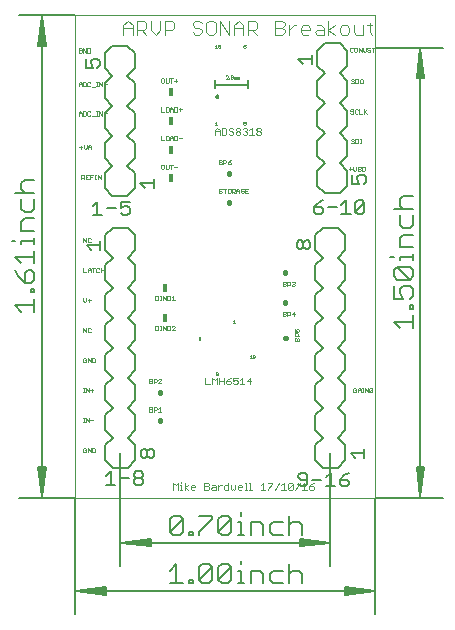
<source format=gto>
G75*
%MOIN*%
%OFA0B0*%
%FSLAX25Y25*%
%IPPOS*%
%LPD*%
%AMOC8*
5,1,8,0,0,1.08239X$1,22.5*
%
%ADD10C,0.00000*%
%ADD11C,0.00400*%
%ADD12C,0.00200*%
%ADD13C,0.00100*%
%ADD14C,0.00512*%
%ADD15C,0.00600*%
%ADD16C,0.00500*%
%ADD17C,0.01500*%
%ADD18R,0.01600X0.02800*%
%ADD19R,0.01500X0.03000*%
D10*
X0023795Y0040133D02*
X0023795Y0200933D01*
X0123795Y0200933D01*
X0123795Y0040133D01*
X0023795Y0040133D01*
D11*
X0039795Y0194433D02*
X0039795Y0197502D01*
X0041330Y0199037D01*
X0042864Y0197502D01*
X0042864Y0194433D01*
X0044399Y0194433D02*
X0044399Y0199037D01*
X0046701Y0199037D01*
X0047468Y0198270D01*
X0047468Y0196735D01*
X0046701Y0195968D01*
X0044399Y0195968D01*
X0045934Y0195968D02*
X0047468Y0194433D01*
X0049003Y0195968D02*
X0050538Y0194433D01*
X0052072Y0195968D01*
X0052072Y0199037D01*
X0053607Y0199037D02*
X0055909Y0199037D01*
X0056676Y0198270D01*
X0056676Y0196735D01*
X0055909Y0195968D01*
X0053607Y0195968D01*
X0053607Y0194433D02*
X0053607Y0199037D01*
X0049003Y0199037D02*
X0049003Y0195968D01*
X0042864Y0196735D02*
X0039795Y0196735D01*
X0062815Y0197502D02*
X0063582Y0196735D01*
X0065117Y0196735D01*
X0065884Y0195968D01*
X0065884Y0195200D01*
X0065117Y0194433D01*
X0063582Y0194433D01*
X0062815Y0195200D01*
X0062815Y0197502D02*
X0062815Y0198270D01*
X0063582Y0199037D01*
X0065117Y0199037D01*
X0065884Y0198270D01*
X0067419Y0198270D02*
X0067419Y0195200D01*
X0068186Y0194433D01*
X0069721Y0194433D01*
X0070488Y0195200D01*
X0070488Y0198270D01*
X0069721Y0199037D01*
X0068186Y0199037D01*
X0067419Y0198270D01*
X0072023Y0199037D02*
X0072023Y0194433D01*
X0075092Y0194433D02*
X0072023Y0199037D01*
X0075092Y0199037D02*
X0075092Y0194433D01*
X0076627Y0194433D02*
X0076627Y0197502D01*
X0078161Y0199037D01*
X0079696Y0197502D01*
X0079696Y0194433D01*
X0081230Y0194433D02*
X0081230Y0199037D01*
X0083532Y0199037D01*
X0084300Y0198270D01*
X0084300Y0196735D01*
X0083532Y0195968D01*
X0081230Y0195968D01*
X0079696Y0196735D02*
X0076627Y0196735D01*
X0082765Y0195968D02*
X0084300Y0194433D01*
X0090438Y0194433D02*
X0092740Y0194433D01*
X0093508Y0195200D01*
X0093508Y0195968D01*
X0092740Y0196735D01*
X0090438Y0196735D01*
X0090438Y0194433D02*
X0090438Y0199037D01*
X0092740Y0199037D01*
X0093508Y0198270D01*
X0093508Y0197502D01*
X0092740Y0196735D01*
X0095042Y0195968D02*
X0096577Y0197502D01*
X0097344Y0197502D01*
X0098879Y0196735D02*
X0098879Y0195200D01*
X0099646Y0194433D01*
X0101181Y0194433D01*
X0101948Y0195968D02*
X0101948Y0196735D01*
X0101181Y0197502D01*
X0099646Y0197502D01*
X0098879Y0196735D01*
X0098879Y0195968D02*
X0101948Y0195968D01*
X0103483Y0195200D02*
X0104250Y0195968D01*
X0106552Y0195968D01*
X0106552Y0196735D02*
X0106552Y0194433D01*
X0104250Y0194433D01*
X0103483Y0195200D01*
X0104250Y0197502D02*
X0105785Y0197502D01*
X0106552Y0196735D01*
X0108087Y0195968D02*
X0110389Y0197502D01*
X0111923Y0196735D02*
X0111923Y0195200D01*
X0112691Y0194433D01*
X0114225Y0194433D01*
X0114993Y0195200D01*
X0114993Y0196735D01*
X0114225Y0197502D01*
X0112691Y0197502D01*
X0111923Y0196735D01*
X0110389Y0194433D02*
X0108087Y0195968D01*
X0108087Y0194433D02*
X0108087Y0199037D01*
X0116527Y0197502D02*
X0116527Y0195200D01*
X0117295Y0194433D01*
X0119596Y0194433D01*
X0119596Y0197502D01*
X0121131Y0197502D02*
X0122666Y0197502D01*
X0121898Y0198270D02*
X0121898Y0195200D01*
X0122666Y0194433D01*
X0095042Y0194433D02*
X0095042Y0197502D01*
D12*
X0085258Y0163335D02*
X0085642Y0162951D01*
X0085642Y0162568D01*
X0085258Y0162184D01*
X0084491Y0162184D01*
X0084107Y0162568D01*
X0084107Y0162951D01*
X0084491Y0163335D01*
X0085258Y0163335D01*
X0085258Y0162184D02*
X0085642Y0161800D01*
X0085642Y0161417D01*
X0085258Y0161033D01*
X0084491Y0161033D01*
X0084107Y0161417D01*
X0084107Y0161800D01*
X0084491Y0162184D01*
X0083340Y0161033D02*
X0081805Y0161033D01*
X0082572Y0161033D02*
X0082572Y0163335D01*
X0081805Y0162568D01*
X0081038Y0162568D02*
X0080654Y0162184D01*
X0081038Y0161800D01*
X0081038Y0161417D01*
X0080654Y0161033D01*
X0079887Y0161033D01*
X0079503Y0161417D01*
X0078736Y0161417D02*
X0078352Y0161033D01*
X0077585Y0161033D01*
X0077201Y0161417D01*
X0077201Y0161800D01*
X0077585Y0162184D01*
X0078352Y0162184D01*
X0078736Y0161800D01*
X0078736Y0161417D01*
X0078352Y0162184D02*
X0078736Y0162568D01*
X0078736Y0162951D01*
X0078352Y0163335D01*
X0077585Y0163335D01*
X0077201Y0162951D01*
X0077201Y0162568D01*
X0077585Y0162184D01*
X0076434Y0161800D02*
X0076434Y0161417D01*
X0076050Y0161033D01*
X0075283Y0161033D01*
X0074899Y0161417D01*
X0074132Y0161417D02*
X0074132Y0162951D01*
X0073748Y0163335D01*
X0072597Y0163335D01*
X0072597Y0161033D01*
X0073748Y0161033D01*
X0074132Y0161417D01*
X0075283Y0162184D02*
X0076050Y0162184D01*
X0076434Y0161800D01*
X0076434Y0162951D02*
X0076050Y0163335D01*
X0075283Y0163335D01*
X0074899Y0162951D01*
X0074899Y0162568D01*
X0075283Y0162184D01*
X0071830Y0162184D02*
X0070295Y0162184D01*
X0070295Y0162568D02*
X0071062Y0163335D01*
X0071830Y0162568D01*
X0071830Y0161033D01*
X0070295Y0161033D02*
X0070295Y0162568D01*
X0079503Y0162951D02*
X0079887Y0163335D01*
X0080654Y0163335D01*
X0081038Y0162951D01*
X0081038Y0162568D01*
X0080654Y0162184D02*
X0080270Y0162184D01*
X0079372Y0080135D02*
X0079372Y0077833D01*
X0078605Y0077833D02*
X0080140Y0077833D01*
X0080907Y0078984D02*
X0082442Y0078984D01*
X0082058Y0077833D02*
X0082058Y0080135D01*
X0080907Y0078984D01*
X0079372Y0080135D02*
X0078605Y0079368D01*
X0077838Y0078984D02*
X0077838Y0078217D01*
X0077454Y0077833D01*
X0076687Y0077833D01*
X0076303Y0078217D01*
X0076303Y0078984D02*
X0077070Y0079368D01*
X0077454Y0079368D01*
X0077838Y0078984D01*
X0077838Y0080135D02*
X0076303Y0080135D01*
X0076303Y0078984D01*
X0075536Y0078600D02*
X0075152Y0078984D01*
X0074001Y0078984D01*
X0074001Y0078217D01*
X0074385Y0077833D01*
X0075152Y0077833D01*
X0075536Y0078217D01*
X0075536Y0078600D01*
X0074768Y0079751D02*
X0074001Y0078984D01*
X0073234Y0078984D02*
X0071699Y0078984D01*
X0071699Y0077833D02*
X0071699Y0080135D01*
X0070932Y0080135D02*
X0070932Y0077833D01*
X0070164Y0079368D02*
X0070932Y0080135D01*
X0070164Y0079368D02*
X0069397Y0080135D01*
X0069397Y0077833D01*
X0068630Y0077833D02*
X0067095Y0077833D01*
X0067095Y0080135D01*
X0073234Y0080135D02*
X0073234Y0077833D01*
X0074768Y0079751D02*
X0075536Y0080135D01*
X0074811Y0045035D02*
X0074811Y0042733D01*
X0073660Y0042733D01*
X0073276Y0043117D01*
X0073276Y0043884D01*
X0073660Y0044268D01*
X0074811Y0044268D01*
X0075578Y0044268D02*
X0075578Y0043117D01*
X0075962Y0042733D01*
X0076345Y0043117D01*
X0076729Y0042733D01*
X0077113Y0043117D01*
X0077113Y0044268D01*
X0077880Y0043884D02*
X0078264Y0044268D01*
X0079031Y0044268D01*
X0079415Y0043884D01*
X0079415Y0043500D01*
X0077880Y0043500D01*
X0077880Y0043117D02*
X0077880Y0043884D01*
X0077880Y0043117D02*
X0078264Y0042733D01*
X0079031Y0042733D01*
X0080182Y0042733D02*
X0080949Y0042733D01*
X0080566Y0042733D02*
X0080566Y0045035D01*
X0080182Y0045035D01*
X0081717Y0045035D02*
X0082100Y0045035D01*
X0082100Y0042733D01*
X0081717Y0042733D02*
X0082484Y0042733D01*
X0085553Y0042733D02*
X0087088Y0042733D01*
X0087855Y0042733D02*
X0087855Y0043117D01*
X0089390Y0044651D01*
X0089390Y0045035D01*
X0087855Y0045035D01*
X0086321Y0045035D02*
X0086321Y0042733D01*
X0085553Y0044268D02*
X0086321Y0045035D01*
X0090157Y0042733D02*
X0091692Y0045035D01*
X0092459Y0044268D02*
X0093226Y0045035D01*
X0093226Y0042733D01*
X0092459Y0042733D02*
X0093994Y0042733D01*
X0094761Y0043117D02*
X0094761Y0044651D01*
X0095145Y0045035D01*
X0095912Y0045035D01*
X0096296Y0044651D01*
X0094761Y0043117D01*
X0095145Y0042733D01*
X0095912Y0042733D01*
X0096296Y0043117D01*
X0096296Y0044651D01*
X0097063Y0042733D02*
X0098598Y0045035D01*
X0099365Y0044268D02*
X0100132Y0045035D01*
X0100132Y0042733D01*
X0099365Y0042733D02*
X0100900Y0042733D01*
X0101667Y0043117D02*
X0102051Y0042733D01*
X0102818Y0042733D01*
X0103202Y0043117D01*
X0103202Y0043500D01*
X0102818Y0043884D01*
X0101667Y0043884D01*
X0101667Y0043117D01*
X0101667Y0043884D02*
X0102434Y0044651D01*
X0103202Y0045035D01*
X0072509Y0044268D02*
X0072125Y0044268D01*
X0071358Y0043500D01*
X0071358Y0042733D02*
X0071358Y0044268D01*
X0070591Y0043884D02*
X0070591Y0042733D01*
X0069440Y0042733D01*
X0069056Y0043117D01*
X0069440Y0043500D01*
X0070591Y0043500D01*
X0070591Y0043884D02*
X0070207Y0044268D01*
X0069440Y0044268D01*
X0068289Y0044268D02*
X0068289Y0044651D01*
X0067905Y0045035D01*
X0066754Y0045035D01*
X0066754Y0042733D01*
X0067905Y0042733D01*
X0068289Y0043117D01*
X0068289Y0043500D01*
X0067905Y0043884D01*
X0066754Y0043884D01*
X0067905Y0043884D02*
X0068289Y0044268D01*
X0063685Y0043884D02*
X0063685Y0043500D01*
X0062150Y0043500D01*
X0062150Y0043117D02*
X0062150Y0043884D01*
X0062534Y0044268D01*
X0063301Y0044268D01*
X0063685Y0043884D01*
X0063301Y0042733D02*
X0062534Y0042733D01*
X0062150Y0043117D01*
X0061383Y0042733D02*
X0060232Y0043500D01*
X0061383Y0044268D01*
X0060232Y0045035D02*
X0060232Y0042733D01*
X0059464Y0042733D02*
X0058697Y0042733D01*
X0059081Y0042733D02*
X0059081Y0044268D01*
X0058697Y0044268D01*
X0059081Y0045035D02*
X0059081Y0045419D01*
X0057930Y0045035D02*
X0057930Y0042733D01*
X0056395Y0042733D02*
X0056395Y0045035D01*
X0057162Y0044268D01*
X0057930Y0045035D01*
D13*
X0052417Y0068808D02*
X0051417Y0068808D01*
X0051917Y0068808D02*
X0051917Y0070309D01*
X0051417Y0069809D01*
X0050944Y0070059D02*
X0050944Y0069559D01*
X0050694Y0069308D01*
X0049943Y0069308D01*
X0049471Y0069308D02*
X0049471Y0069058D01*
X0049221Y0068808D01*
X0048470Y0068808D01*
X0048470Y0070309D01*
X0049221Y0070309D01*
X0049471Y0070059D01*
X0049471Y0069809D01*
X0049221Y0069559D01*
X0048470Y0069559D01*
X0049221Y0069559D02*
X0049471Y0069308D01*
X0049943Y0068808D02*
X0049943Y0070309D01*
X0050694Y0070309D01*
X0050944Y0070059D01*
X0051417Y0078183D02*
X0052417Y0079184D01*
X0052417Y0079434D01*
X0052167Y0079684D01*
X0051667Y0079684D01*
X0051417Y0079434D01*
X0050944Y0079434D02*
X0050944Y0078934D01*
X0050694Y0078683D01*
X0049943Y0078683D01*
X0049471Y0078683D02*
X0049471Y0078433D01*
X0049221Y0078183D01*
X0048470Y0078183D01*
X0048470Y0079684D01*
X0049221Y0079684D01*
X0049471Y0079434D01*
X0049471Y0079184D01*
X0049221Y0078934D01*
X0048470Y0078934D01*
X0049221Y0078934D02*
X0049471Y0078683D01*
X0049943Y0078183D02*
X0049943Y0079684D01*
X0050694Y0079684D01*
X0050944Y0079434D01*
X0051417Y0078183D02*
X0052417Y0078183D01*
X0064995Y0092683D02*
X0064845Y0092833D01*
X0064995Y0092683D02*
X0065296Y0092683D01*
X0065446Y0092833D01*
X0065446Y0093133D01*
X0065296Y0093284D01*
X0065145Y0093284D01*
X0064845Y0093133D01*
X0064845Y0093584D01*
X0065446Y0093584D01*
X0056873Y0095833D02*
X0055872Y0095833D01*
X0056873Y0096834D01*
X0056873Y0097084D01*
X0056623Y0097334D01*
X0056122Y0097334D01*
X0055872Y0097084D01*
X0055399Y0097084D02*
X0055149Y0097334D01*
X0054399Y0097334D01*
X0054399Y0095833D01*
X0055149Y0095833D01*
X0055399Y0096083D01*
X0055399Y0097084D01*
X0053926Y0097334D02*
X0053926Y0095833D01*
X0052925Y0097334D01*
X0052925Y0095833D01*
X0052444Y0095833D02*
X0051943Y0095833D01*
X0052193Y0095833D02*
X0052193Y0097334D01*
X0051943Y0097334D02*
X0052444Y0097334D01*
X0051471Y0097084D02*
X0051471Y0096083D01*
X0051221Y0095833D01*
X0050470Y0095833D01*
X0050470Y0097334D01*
X0051221Y0097334D01*
X0051471Y0097084D01*
X0051221Y0105833D02*
X0051471Y0106083D01*
X0051471Y0107084D01*
X0051221Y0107334D01*
X0050470Y0107334D01*
X0050470Y0105833D01*
X0051221Y0105833D01*
X0051943Y0105833D02*
X0052444Y0105833D01*
X0052193Y0105833D02*
X0052193Y0107334D01*
X0051943Y0107334D02*
X0052444Y0107334D01*
X0052925Y0107334D02*
X0053926Y0105833D01*
X0053926Y0107334D01*
X0054399Y0107334D02*
X0055149Y0107334D01*
X0055399Y0107084D01*
X0055399Y0106083D01*
X0055149Y0105833D01*
X0054399Y0105833D01*
X0054399Y0107334D01*
X0052925Y0107334D02*
X0052925Y0105833D01*
X0055872Y0105833D02*
X0056873Y0105833D01*
X0056372Y0105833D02*
X0056372Y0107334D01*
X0055872Y0106834D01*
X0070695Y0081884D02*
X0070545Y0081734D01*
X0070545Y0081584D01*
X0070695Y0081433D01*
X0071146Y0081433D01*
X0071146Y0081133D02*
X0071146Y0081734D01*
X0070996Y0081884D01*
X0070695Y0081884D01*
X0070545Y0081133D02*
X0070695Y0080983D01*
X0070996Y0080983D01*
X0071146Y0081133D01*
X0082045Y0086683D02*
X0082646Y0086683D01*
X0082345Y0086683D02*
X0082345Y0087584D01*
X0082045Y0087284D01*
X0082966Y0087434D02*
X0083116Y0087584D01*
X0083416Y0087584D01*
X0083566Y0087434D01*
X0083566Y0087284D01*
X0083416Y0087133D01*
X0083566Y0086983D01*
X0083566Y0086833D01*
X0083416Y0086683D01*
X0083116Y0086683D01*
X0082966Y0086833D01*
X0083266Y0087133D02*
X0083416Y0087133D01*
X0077046Y0098283D02*
X0076445Y0098283D01*
X0076745Y0098283D02*
X0076745Y0099184D01*
X0076445Y0098884D01*
X0092925Y0100583D02*
X0093676Y0100583D01*
X0093926Y0100833D01*
X0093926Y0101083D01*
X0093676Y0101334D01*
X0092925Y0101334D01*
X0092925Y0102084D02*
X0093676Y0102084D01*
X0093926Y0101834D01*
X0093926Y0101584D01*
X0093676Y0101334D01*
X0094399Y0101083D02*
X0095149Y0101083D01*
X0095399Y0101334D01*
X0095399Y0101834D01*
X0095149Y0102084D01*
X0094399Y0102084D01*
X0094399Y0100583D01*
X0092925Y0100583D02*
X0092925Y0102084D01*
X0095872Y0101334D02*
X0096873Y0101334D01*
X0096623Y0102084D02*
X0095872Y0101334D01*
X0096623Y0102084D02*
X0096623Y0100583D01*
X0096844Y0096336D02*
X0096844Y0095335D01*
X0097595Y0095335D01*
X0097344Y0095835D01*
X0097344Y0096085D01*
X0097595Y0096336D01*
X0098095Y0096336D01*
X0098345Y0096085D01*
X0098345Y0095585D01*
X0098095Y0095335D01*
X0097595Y0094862D02*
X0097094Y0094862D01*
X0096844Y0094612D01*
X0096844Y0093862D01*
X0098345Y0093862D01*
X0097845Y0093862D02*
X0097845Y0094612D01*
X0097595Y0094862D01*
X0097845Y0093389D02*
X0098095Y0093389D01*
X0098345Y0093139D01*
X0098345Y0092388D01*
X0096844Y0092388D01*
X0096844Y0093139D01*
X0097094Y0093389D01*
X0097344Y0093389D01*
X0097595Y0093139D01*
X0097595Y0092388D01*
X0097595Y0093139D02*
X0097845Y0093389D01*
X0096623Y0110583D02*
X0096122Y0110583D01*
X0095872Y0110833D01*
X0095399Y0111334D02*
X0095149Y0111083D01*
X0094399Y0111083D01*
X0093926Y0111083D02*
X0093926Y0110833D01*
X0093676Y0110583D01*
X0092925Y0110583D01*
X0092925Y0112084D01*
X0093676Y0112084D01*
X0093926Y0111834D01*
X0093926Y0111584D01*
X0093676Y0111334D01*
X0092925Y0111334D01*
X0093676Y0111334D02*
X0093926Y0111083D01*
X0094399Y0110583D02*
X0094399Y0112084D01*
X0095149Y0112084D01*
X0095399Y0111834D01*
X0095399Y0111334D01*
X0095872Y0111834D02*
X0096122Y0112084D01*
X0096623Y0112084D01*
X0096873Y0111834D01*
X0096873Y0111584D01*
X0096623Y0111334D01*
X0096873Y0111083D01*
X0096873Y0110833D01*
X0096623Y0110583D01*
X0096623Y0111334D02*
X0096372Y0111334D01*
X0081386Y0141583D02*
X0080385Y0141583D01*
X0080385Y0143084D01*
X0081386Y0143084D01*
X0080885Y0142334D02*
X0080385Y0142334D01*
X0079912Y0142334D02*
X0079412Y0142334D01*
X0079912Y0142334D02*
X0079912Y0141833D01*
X0079662Y0141583D01*
X0079162Y0141583D01*
X0078911Y0141833D01*
X0078911Y0142834D01*
X0079162Y0143084D01*
X0079662Y0143084D01*
X0079912Y0142834D01*
X0078439Y0142584D02*
X0078439Y0141583D01*
X0078439Y0142334D02*
X0077438Y0142334D01*
X0077438Y0142584D02*
X0077939Y0143084D01*
X0078439Y0142584D01*
X0077438Y0142584D02*
X0077438Y0141583D01*
X0076966Y0141583D02*
X0076465Y0142083D01*
X0076716Y0142083D02*
X0075965Y0142083D01*
X0075965Y0141583D02*
X0075965Y0143084D01*
X0076716Y0143084D01*
X0076966Y0142834D01*
X0076966Y0142334D01*
X0076716Y0142083D01*
X0075492Y0141833D02*
X0075492Y0142834D01*
X0075242Y0143084D01*
X0074742Y0143084D01*
X0074492Y0142834D01*
X0074492Y0141833D01*
X0074742Y0141583D01*
X0075242Y0141583D01*
X0075492Y0141833D01*
X0074019Y0143084D02*
X0073018Y0143084D01*
X0073519Y0143084D02*
X0073519Y0141583D01*
X0072546Y0141833D02*
X0072296Y0141583D01*
X0071795Y0141583D01*
X0071545Y0141833D01*
X0071795Y0142334D02*
X0072296Y0142334D01*
X0072546Y0142083D01*
X0072546Y0141833D01*
X0071795Y0142334D02*
X0071545Y0142584D01*
X0071545Y0142834D01*
X0071795Y0143084D01*
X0072296Y0143084D01*
X0072546Y0142834D01*
X0072296Y0151183D02*
X0071545Y0151183D01*
X0071545Y0152684D01*
X0072296Y0152684D01*
X0072546Y0152434D01*
X0072546Y0152184D01*
X0072296Y0151934D01*
X0071545Y0151934D01*
X0072296Y0151934D02*
X0072546Y0151683D01*
X0072546Y0151433D01*
X0072296Y0151183D01*
X0073018Y0151183D02*
X0073018Y0152684D01*
X0073769Y0152684D01*
X0074019Y0152434D01*
X0074019Y0151934D01*
X0073769Y0151683D01*
X0073018Y0151683D01*
X0074492Y0151433D02*
X0074742Y0151183D01*
X0075242Y0151183D01*
X0075492Y0151433D01*
X0075492Y0151683D01*
X0075242Y0151934D01*
X0074492Y0151934D01*
X0074492Y0151433D01*
X0074492Y0151934D02*
X0074992Y0152434D01*
X0075492Y0152684D01*
X0071055Y0164397D02*
X0070333Y0164397D01*
X0070694Y0164397D02*
X0070694Y0165479D01*
X0070333Y0165119D01*
X0079782Y0164938D02*
X0080143Y0165119D01*
X0080323Y0165119D01*
X0080503Y0164938D01*
X0080503Y0164578D01*
X0080323Y0164397D01*
X0079962Y0164397D01*
X0079782Y0164578D01*
X0079782Y0164938D02*
X0079782Y0165479D01*
X0080503Y0165479D01*
X0078404Y0179752D02*
X0078404Y0180293D01*
X0078224Y0180473D01*
X0078044Y0180293D01*
X0078044Y0179752D01*
X0077683Y0179752D02*
X0077683Y0180473D01*
X0077863Y0180473D01*
X0078044Y0180293D01*
X0077317Y0180293D02*
X0077317Y0179752D01*
X0076956Y0179752D02*
X0076956Y0180293D01*
X0077136Y0180473D01*
X0077317Y0180293D01*
X0076956Y0180293D02*
X0076776Y0180473D01*
X0076595Y0180473D01*
X0076595Y0179752D01*
X0076229Y0179932D02*
X0076049Y0179752D01*
X0075688Y0179752D01*
X0075508Y0179932D01*
X0075508Y0180112D01*
X0075688Y0180293D01*
X0076049Y0180293D01*
X0076229Y0180112D01*
X0076229Y0179932D01*
X0076049Y0180293D02*
X0076229Y0180473D01*
X0076229Y0180653D01*
X0076049Y0180834D01*
X0075688Y0180834D01*
X0075508Y0180653D01*
X0075508Y0180473D01*
X0075688Y0180293D01*
X0075145Y0179932D02*
X0075145Y0179752D01*
X0074964Y0179752D01*
X0074964Y0179932D01*
X0075145Y0179932D01*
X0074598Y0179752D02*
X0073877Y0179752D01*
X0074598Y0180473D01*
X0074598Y0180653D01*
X0074418Y0180834D01*
X0074057Y0180834D01*
X0073877Y0180653D01*
X0071962Y0189988D02*
X0071601Y0189988D01*
X0071421Y0190168D01*
X0072142Y0190889D01*
X0072142Y0190168D01*
X0071962Y0189988D01*
X0071421Y0190168D02*
X0071421Y0190889D01*
X0071601Y0191070D01*
X0071962Y0191070D01*
X0072142Y0190889D01*
X0071055Y0189988D02*
X0070333Y0189988D01*
X0070694Y0189988D02*
X0070694Y0191070D01*
X0070333Y0190709D01*
X0079782Y0190529D02*
X0080323Y0190529D01*
X0080503Y0190348D01*
X0080503Y0190168D01*
X0080323Y0189988D01*
X0079962Y0189988D01*
X0079782Y0190168D01*
X0079782Y0190529D01*
X0080143Y0190889D01*
X0080503Y0191070D01*
X0059239Y0169534D02*
X0058238Y0169534D01*
X0057766Y0170034D02*
X0057766Y0169033D01*
X0057516Y0168783D01*
X0056765Y0168783D01*
X0056765Y0170284D01*
X0057516Y0170284D01*
X0057766Y0170034D01*
X0058739Y0170034D02*
X0058739Y0169033D01*
X0056292Y0168783D02*
X0056292Y0169784D01*
X0055792Y0170284D01*
X0055292Y0169784D01*
X0055292Y0168783D01*
X0054819Y0169033D02*
X0054819Y0170034D01*
X0054569Y0170284D01*
X0054069Y0170284D01*
X0053818Y0170034D01*
X0053818Y0169033D01*
X0054069Y0168783D01*
X0054569Y0168783D01*
X0054819Y0169033D01*
X0055292Y0169534D02*
X0056292Y0169534D01*
X0053346Y0168783D02*
X0052345Y0168783D01*
X0052345Y0170284D01*
X0052595Y0178383D02*
X0053096Y0178383D01*
X0053346Y0178633D01*
X0053346Y0179634D01*
X0053096Y0179884D01*
X0052595Y0179884D01*
X0052345Y0179634D01*
X0052345Y0178633D01*
X0052595Y0178383D01*
X0053818Y0178633D02*
X0054069Y0178383D01*
X0054569Y0178383D01*
X0054819Y0178633D01*
X0054819Y0179884D01*
X0055292Y0179884D02*
X0056292Y0179884D01*
X0055792Y0179884D02*
X0055792Y0178383D01*
X0056765Y0179134D02*
X0057766Y0179134D01*
X0057265Y0179634D02*
X0057265Y0178633D01*
X0053818Y0178633D02*
X0053818Y0179884D01*
X0054069Y0160684D02*
X0053818Y0160434D01*
X0053818Y0159433D01*
X0054069Y0159183D01*
X0054569Y0159183D01*
X0054819Y0159433D01*
X0054819Y0160434D01*
X0054569Y0160684D01*
X0054069Y0160684D01*
X0055292Y0160184D02*
X0055292Y0159183D01*
X0055292Y0159934D02*
X0056292Y0159934D01*
X0056292Y0160184D02*
X0056292Y0159183D01*
X0056765Y0159183D02*
X0057516Y0159183D01*
X0057766Y0159433D01*
X0057766Y0160434D01*
X0057516Y0160684D01*
X0056765Y0160684D01*
X0056765Y0159183D01*
X0056292Y0160184D02*
X0055792Y0160684D01*
X0055292Y0160184D01*
X0053346Y0159183D02*
X0052345Y0159183D01*
X0052345Y0160684D01*
X0058238Y0159934D02*
X0059239Y0159934D01*
X0056292Y0151084D02*
X0055292Y0151084D01*
X0054819Y0151084D02*
X0054819Y0149833D01*
X0054569Y0149583D01*
X0054069Y0149583D01*
X0053818Y0149833D01*
X0053818Y0151084D01*
X0053346Y0150834D02*
X0053096Y0151084D01*
X0052595Y0151084D01*
X0052345Y0150834D01*
X0052345Y0149833D01*
X0052595Y0149583D01*
X0053096Y0149583D01*
X0053346Y0149833D01*
X0053346Y0150834D01*
X0055792Y0151084D02*
X0055792Y0149583D01*
X0056765Y0150334D02*
X0057766Y0150334D01*
X0034194Y0168234D02*
X0033194Y0168234D01*
X0033694Y0168734D02*
X0033694Y0167733D01*
X0032721Y0167483D02*
X0032721Y0168984D01*
X0031720Y0168984D02*
X0031720Y0167483D01*
X0031239Y0167483D02*
X0030738Y0167483D01*
X0030988Y0167483D02*
X0030988Y0168984D01*
X0030738Y0168984D02*
X0031239Y0168984D01*
X0031720Y0168984D02*
X0032721Y0167483D01*
X0030266Y0167233D02*
X0029265Y0167233D01*
X0028792Y0167733D02*
X0028542Y0167483D01*
X0028042Y0167483D01*
X0027792Y0167733D01*
X0027792Y0168734D01*
X0028042Y0168984D01*
X0028542Y0168984D01*
X0028792Y0168734D01*
X0027319Y0168734D02*
X0027319Y0167733D01*
X0027069Y0167483D01*
X0026318Y0167483D01*
X0026318Y0168984D01*
X0027069Y0168984D01*
X0027319Y0168734D01*
X0025846Y0168484D02*
X0025846Y0167483D01*
X0025846Y0168234D02*
X0024845Y0168234D01*
X0024845Y0168484D02*
X0025346Y0168984D01*
X0025846Y0168484D01*
X0024845Y0168484D02*
X0024845Y0167483D01*
X0024845Y0177183D02*
X0024845Y0178184D01*
X0025346Y0178684D01*
X0025846Y0178184D01*
X0025846Y0177183D01*
X0026318Y0177183D02*
X0027069Y0177183D01*
X0027319Y0177433D01*
X0027319Y0178434D01*
X0027069Y0178684D01*
X0026318Y0178684D01*
X0026318Y0177183D01*
X0025846Y0177934D02*
X0024845Y0177934D01*
X0027792Y0178434D02*
X0027792Y0177433D01*
X0028042Y0177183D01*
X0028542Y0177183D01*
X0028792Y0177433D01*
X0029265Y0176933D02*
X0030266Y0176933D01*
X0030738Y0177183D02*
X0031239Y0177183D01*
X0030988Y0177183D02*
X0030988Y0178684D01*
X0030738Y0178684D02*
X0031239Y0178684D01*
X0031720Y0178684D02*
X0032721Y0177183D01*
X0032721Y0178684D01*
X0033194Y0177934D02*
X0034194Y0177934D01*
X0031720Y0177183D02*
X0031720Y0178684D01*
X0028792Y0178434D02*
X0028542Y0178684D01*
X0028042Y0178684D01*
X0027792Y0178434D01*
X0027792Y0188483D02*
X0028542Y0188483D01*
X0028792Y0188733D01*
X0028792Y0189734D01*
X0028542Y0189984D01*
X0027792Y0189984D01*
X0027792Y0188483D01*
X0027319Y0188483D02*
X0027319Y0189984D01*
X0026318Y0189984D02*
X0027319Y0188483D01*
X0026318Y0188483D02*
X0026318Y0189984D01*
X0025846Y0189734D02*
X0025596Y0189984D01*
X0025095Y0189984D01*
X0024845Y0189734D01*
X0024845Y0188733D01*
X0025095Y0188483D01*
X0025596Y0188483D01*
X0025846Y0188733D01*
X0025846Y0189234D01*
X0025346Y0189234D01*
X0026518Y0157684D02*
X0026518Y0156683D01*
X0027019Y0156183D01*
X0027519Y0156683D01*
X0027519Y0157684D01*
X0027992Y0157184D02*
X0028492Y0157684D01*
X0028992Y0157184D01*
X0028992Y0156183D01*
X0028992Y0156934D02*
X0027992Y0156934D01*
X0027992Y0157184D02*
X0027992Y0156183D01*
X0026046Y0156934D02*
X0025045Y0156934D01*
X0025546Y0157434D02*
X0025546Y0156433D01*
X0025745Y0147784D02*
X0026496Y0147784D01*
X0026746Y0147534D01*
X0026746Y0147034D01*
X0026496Y0146783D01*
X0025745Y0146783D01*
X0025745Y0146283D02*
X0025745Y0147784D01*
X0026246Y0146783D02*
X0026746Y0146283D01*
X0027218Y0146283D02*
X0028219Y0146283D01*
X0028692Y0146283D02*
X0028692Y0147784D01*
X0029692Y0147784D01*
X0030165Y0147784D02*
X0030665Y0147784D01*
X0030415Y0147784D02*
X0030415Y0146283D01*
X0030165Y0146283D02*
X0030665Y0146283D01*
X0031147Y0146283D02*
X0031147Y0147784D01*
X0032148Y0146283D01*
X0032148Y0147784D01*
X0029192Y0147034D02*
X0028692Y0147034D01*
X0028219Y0147784D02*
X0027218Y0147784D01*
X0027218Y0146283D01*
X0027218Y0147034D02*
X0027719Y0147034D01*
X0028069Y0126684D02*
X0027818Y0126434D01*
X0027818Y0125433D01*
X0028069Y0125183D01*
X0028569Y0125183D01*
X0028819Y0125433D01*
X0028819Y0126434D02*
X0028569Y0126684D01*
X0028069Y0126684D01*
X0027346Y0126684D02*
X0027346Y0125183D01*
X0026345Y0126684D01*
X0026345Y0125183D01*
X0026345Y0116684D02*
X0026345Y0115183D01*
X0027346Y0115183D01*
X0027818Y0115183D02*
X0027818Y0116184D01*
X0028319Y0116684D01*
X0028819Y0116184D01*
X0028819Y0115183D01*
X0028819Y0115934D02*
X0027818Y0115934D01*
X0029292Y0116684D02*
X0030292Y0116684D01*
X0029792Y0116684D02*
X0029792Y0115183D01*
X0030765Y0115433D02*
X0031015Y0115183D01*
X0031516Y0115183D01*
X0031766Y0115433D01*
X0032238Y0115183D02*
X0032238Y0116684D01*
X0031766Y0116434D02*
X0031516Y0116684D01*
X0031015Y0116684D01*
X0030765Y0116434D01*
X0030765Y0115433D01*
X0032238Y0115934D02*
X0033239Y0115934D01*
X0033239Y0116684D02*
X0033239Y0115183D01*
X0028319Y0106434D02*
X0028319Y0105433D01*
X0028819Y0105934D02*
X0027818Y0105934D01*
X0027346Y0105683D02*
X0027346Y0106684D01*
X0027346Y0105683D02*
X0026846Y0105183D01*
X0026345Y0105683D01*
X0026345Y0106684D01*
X0026345Y0096684D02*
X0027346Y0095183D01*
X0027346Y0096684D01*
X0027818Y0096434D02*
X0027818Y0095433D01*
X0028069Y0095183D01*
X0028569Y0095183D01*
X0028819Y0095433D01*
X0028819Y0096434D02*
X0028569Y0096684D01*
X0028069Y0096684D01*
X0027818Y0096434D01*
X0026345Y0096684D02*
X0026345Y0095183D01*
X0026595Y0086684D02*
X0026345Y0086434D01*
X0026345Y0085433D01*
X0026595Y0085183D01*
X0027096Y0085183D01*
X0027346Y0085433D01*
X0027346Y0085934D01*
X0026846Y0085934D01*
X0027346Y0086434D02*
X0027096Y0086684D01*
X0026595Y0086684D01*
X0027818Y0086684D02*
X0028819Y0085183D01*
X0028819Y0086684D01*
X0029292Y0086684D02*
X0030042Y0086684D01*
X0030292Y0086434D01*
X0030292Y0085433D01*
X0030042Y0085183D01*
X0029292Y0085183D01*
X0029292Y0086684D01*
X0027818Y0086684D02*
X0027818Y0085183D01*
X0027327Y0076684D02*
X0028328Y0075183D01*
X0028328Y0076684D01*
X0028801Y0075934D02*
X0029801Y0075934D01*
X0029301Y0076434D02*
X0029301Y0075433D01*
X0027327Y0075183D02*
X0027327Y0076684D01*
X0026846Y0076684D02*
X0026345Y0076684D01*
X0026595Y0076684D02*
X0026595Y0075183D01*
X0026345Y0075183D02*
X0026846Y0075183D01*
X0026846Y0066684D02*
X0026345Y0066684D01*
X0026595Y0066684D02*
X0026595Y0065183D01*
X0026345Y0065183D02*
X0026846Y0065183D01*
X0027327Y0065183D02*
X0027327Y0066684D01*
X0028328Y0065183D01*
X0028328Y0066684D01*
X0028801Y0065934D02*
X0029801Y0065934D01*
X0030042Y0056684D02*
X0029292Y0056684D01*
X0029292Y0055183D01*
X0030042Y0055183D01*
X0030292Y0055433D01*
X0030292Y0056434D01*
X0030042Y0056684D01*
X0028819Y0056684D02*
X0028819Y0055183D01*
X0027818Y0056684D01*
X0027818Y0055183D01*
X0027346Y0055433D02*
X0027346Y0055934D01*
X0026846Y0055934D01*
X0027346Y0056434D02*
X0027096Y0056684D01*
X0026595Y0056684D01*
X0026345Y0056434D01*
X0026345Y0055433D01*
X0026595Y0055183D01*
X0027096Y0055183D01*
X0027346Y0055433D01*
X0114945Y0149734D02*
X0115946Y0149734D01*
X0116418Y0149483D02*
X0116418Y0150484D01*
X0116418Y0149483D02*
X0116919Y0148983D01*
X0117419Y0149483D01*
X0117419Y0150484D01*
X0117892Y0150484D02*
X0118642Y0150484D01*
X0118892Y0150234D01*
X0118892Y0149984D01*
X0118642Y0149734D01*
X0117892Y0149734D01*
X0118642Y0149734D02*
X0118892Y0149483D01*
X0118892Y0149233D01*
X0118642Y0148983D01*
X0117892Y0148983D01*
X0117892Y0150484D01*
X0119365Y0150484D02*
X0119365Y0148983D01*
X0120116Y0148983D01*
X0120366Y0149233D01*
X0120366Y0150234D01*
X0120116Y0150484D01*
X0119365Y0150484D01*
X0115446Y0150234D02*
X0115446Y0149233D01*
X0115895Y0158183D02*
X0115645Y0158433D01*
X0115895Y0158183D02*
X0116396Y0158183D01*
X0116646Y0158433D01*
X0116646Y0158683D01*
X0116396Y0158934D01*
X0115895Y0158934D01*
X0115645Y0159184D01*
X0115645Y0159434D01*
X0115895Y0159684D01*
X0116396Y0159684D01*
X0116646Y0159434D01*
X0117118Y0159684D02*
X0117869Y0159684D01*
X0118119Y0159434D01*
X0118119Y0158433D01*
X0117869Y0158183D01*
X0117118Y0158183D01*
X0117118Y0159684D01*
X0118592Y0159684D02*
X0119092Y0159684D01*
X0118842Y0159684D02*
X0118842Y0158183D01*
X0118592Y0158183D02*
X0119092Y0158183D01*
X0119392Y0168083D02*
X0118392Y0168083D01*
X0118392Y0169584D01*
X0117919Y0169334D02*
X0117669Y0169584D01*
X0117169Y0169584D01*
X0116918Y0169334D01*
X0116918Y0168333D01*
X0117169Y0168083D01*
X0117669Y0168083D01*
X0117919Y0168333D01*
X0116446Y0168333D02*
X0116196Y0168083D01*
X0115695Y0168083D01*
X0115445Y0168333D01*
X0115695Y0168834D02*
X0116196Y0168834D01*
X0116446Y0168583D01*
X0116446Y0168333D01*
X0115695Y0168834D02*
X0115445Y0169084D01*
X0115445Y0169334D01*
X0115695Y0169584D01*
X0116196Y0169584D01*
X0116446Y0169334D01*
X0119865Y0169584D02*
X0119865Y0168083D01*
X0119865Y0168583D02*
X0120866Y0169584D01*
X0120115Y0168834D02*
X0120866Y0168083D01*
X0119342Y0178183D02*
X0119592Y0178433D01*
X0119592Y0179434D01*
X0119342Y0179684D01*
X0118842Y0179684D01*
X0118592Y0179434D01*
X0118592Y0178433D01*
X0118842Y0178183D01*
X0119342Y0178183D01*
X0118119Y0178433D02*
X0118119Y0179434D01*
X0117869Y0179684D01*
X0117118Y0179684D01*
X0117118Y0178183D01*
X0117869Y0178183D01*
X0118119Y0178433D01*
X0116646Y0178433D02*
X0116396Y0178183D01*
X0115895Y0178183D01*
X0115645Y0178433D01*
X0115895Y0178934D02*
X0116396Y0178934D01*
X0116646Y0178683D01*
X0116646Y0178433D01*
X0115895Y0178934D02*
X0115645Y0179184D01*
X0115645Y0179434D01*
X0115895Y0179684D01*
X0116396Y0179684D01*
X0116646Y0179434D01*
X0116969Y0188583D02*
X0117469Y0188583D01*
X0117719Y0188833D01*
X0117719Y0189834D01*
X0117469Y0190084D01*
X0116969Y0190084D01*
X0116718Y0189834D01*
X0116718Y0188833D01*
X0116969Y0188583D01*
X0116246Y0188833D02*
X0115996Y0188583D01*
X0115495Y0188583D01*
X0115245Y0188833D01*
X0115245Y0189834D01*
X0115495Y0190084D01*
X0115996Y0190084D01*
X0116246Y0189834D01*
X0118192Y0190084D02*
X0119192Y0188583D01*
X0119192Y0190084D01*
X0119665Y0190084D02*
X0119665Y0189083D01*
X0120165Y0188583D01*
X0120666Y0189083D01*
X0120666Y0190084D01*
X0121138Y0189834D02*
X0121138Y0189584D01*
X0121388Y0189334D01*
X0121889Y0189334D01*
X0122139Y0189083D01*
X0122139Y0188833D01*
X0121889Y0188583D01*
X0121388Y0188583D01*
X0121138Y0188833D01*
X0121138Y0189834D02*
X0121388Y0190084D01*
X0121889Y0190084D01*
X0122139Y0189834D01*
X0122611Y0190084D02*
X0123612Y0190084D01*
X0123112Y0190084D02*
X0123112Y0188583D01*
X0118192Y0188583D02*
X0118192Y0190084D01*
X0118319Y0076684D02*
X0117818Y0076184D01*
X0117818Y0075183D01*
X0117346Y0075433D02*
X0117346Y0075934D01*
X0116846Y0075934D01*
X0117346Y0076434D02*
X0117096Y0076684D01*
X0116595Y0076684D01*
X0116345Y0076434D01*
X0116345Y0075433D01*
X0116595Y0075183D01*
X0117096Y0075183D01*
X0117346Y0075433D01*
X0117818Y0075934D02*
X0118819Y0075934D01*
X0118819Y0076184D02*
X0118819Y0075183D01*
X0119292Y0075183D02*
X0119792Y0075183D01*
X0119542Y0075183D02*
X0119542Y0076684D01*
X0119292Y0076684D02*
X0119792Y0076684D01*
X0120274Y0076684D02*
X0121275Y0075183D01*
X0121275Y0076684D01*
X0121747Y0076434D02*
X0121997Y0076684D01*
X0122498Y0076684D01*
X0122748Y0076434D01*
X0121747Y0075433D01*
X0121997Y0075183D01*
X0122498Y0075183D01*
X0122748Y0075433D01*
X0122748Y0076434D01*
X0121747Y0076434D02*
X0121747Y0075433D01*
X0120274Y0075183D02*
X0120274Y0076684D01*
X0118819Y0076184D02*
X0118319Y0076684D01*
D14*
X0023795Y0040133D02*
X0023795Y0001256D01*
X0024051Y0008933D02*
X0034031Y0007909D01*
X0034031Y0007676D02*
X0024051Y0008933D01*
X0034031Y0009957D01*
X0034031Y0010190D02*
X0034031Y0007676D01*
X0034031Y0008421D02*
X0024051Y0008933D01*
X0034031Y0009445D01*
X0034031Y0010190D02*
X0024051Y0008933D01*
X0123539Y0008933D01*
X0113559Y0007909D01*
X0113559Y0007676D02*
X0123539Y0008933D01*
X0113559Y0009957D01*
X0113559Y0010190D02*
X0113559Y0007676D01*
X0113559Y0008421D02*
X0123539Y0008933D01*
X0113559Y0009445D01*
X0113559Y0010190D02*
X0123539Y0008933D01*
X0123795Y0001256D02*
X0123795Y0040133D01*
X0146472Y0040133D01*
X0138795Y0040389D02*
X0139819Y0050369D01*
X0140052Y0050369D02*
X0138795Y0040389D01*
X0137772Y0050369D01*
X0137538Y0050369D02*
X0140052Y0050369D01*
X0139307Y0050369D02*
X0138795Y0040389D01*
X0138283Y0050369D01*
X0137538Y0050369D02*
X0138795Y0040389D01*
X0138795Y0189877D01*
X0139819Y0179897D01*
X0140052Y0179897D02*
X0138795Y0189877D01*
X0137772Y0179897D01*
X0137538Y0179897D02*
X0140052Y0179897D01*
X0139307Y0179897D02*
X0138795Y0189877D01*
X0138283Y0179897D01*
X0137538Y0179897D02*
X0138795Y0189877D01*
X0146472Y0190133D02*
X0123795Y0190133D01*
X0023795Y0200933D02*
X0004918Y0200933D01*
X0012595Y0200677D02*
X0011572Y0190697D01*
X0011338Y0190697D02*
X0013852Y0190697D01*
X0012595Y0200677D01*
X0013619Y0190697D01*
X0013107Y0190697D02*
X0012595Y0200677D01*
X0012083Y0190697D01*
X0011338Y0190697D02*
X0012595Y0200677D01*
X0012595Y0040389D01*
X0013619Y0050369D01*
X0013852Y0050369D02*
X0012595Y0040389D01*
X0011572Y0050369D01*
X0011338Y0050369D02*
X0013852Y0050369D01*
X0013107Y0050369D02*
X0012595Y0040389D01*
X0012083Y0050369D01*
X0011338Y0050369D02*
X0012595Y0040389D01*
X0004918Y0040133D02*
X0023795Y0040133D01*
X0038795Y0055133D02*
X0038795Y0017456D01*
X0039051Y0025133D02*
X0049031Y0024109D01*
X0049031Y0023876D02*
X0039051Y0025133D01*
X0049031Y0026157D01*
X0049031Y0026390D02*
X0049031Y0023876D01*
X0049031Y0024621D02*
X0039051Y0025133D01*
X0049031Y0025645D01*
X0049031Y0026390D02*
X0039051Y0025133D01*
X0108539Y0025133D01*
X0098559Y0024109D01*
X0098559Y0023876D02*
X0108539Y0025133D01*
X0098559Y0026157D01*
X0098559Y0026390D02*
X0098559Y0023876D01*
X0098559Y0024621D02*
X0108539Y0025133D01*
X0098559Y0025645D01*
X0098559Y0026390D02*
X0108539Y0025133D01*
X0108795Y0017456D02*
X0108795Y0055133D01*
D15*
X0103795Y0057633D02*
X0106295Y0060133D01*
X0103795Y0062633D01*
X0103795Y0067633D01*
X0106295Y0070133D01*
X0103795Y0072633D01*
X0103795Y0077633D01*
X0106295Y0080133D01*
X0103795Y0082633D01*
X0103795Y0087633D01*
X0106295Y0090133D01*
X0103795Y0092633D01*
X0103795Y0097633D01*
X0106295Y0100133D01*
X0103795Y0102633D01*
X0103795Y0107633D01*
X0106295Y0110133D01*
X0103795Y0112633D01*
X0103795Y0117633D01*
X0106295Y0120133D01*
X0103795Y0122633D01*
X0103795Y0127633D01*
X0106295Y0130133D01*
X0111295Y0130133D01*
X0113795Y0127633D01*
X0113795Y0122633D01*
X0111295Y0120133D01*
X0113795Y0117633D01*
X0113795Y0112633D01*
X0111295Y0110133D01*
X0113795Y0107633D01*
X0113795Y0102633D01*
X0111295Y0100133D01*
X0113795Y0097633D01*
X0113795Y0092633D01*
X0111295Y0090133D01*
X0113795Y0087633D01*
X0113795Y0082633D01*
X0111295Y0080133D01*
X0113795Y0077633D01*
X0113795Y0072633D01*
X0111295Y0070133D01*
X0113795Y0067633D01*
X0113795Y0062633D01*
X0111295Y0060133D01*
X0113795Y0057633D01*
X0113795Y0052633D01*
X0111295Y0050133D01*
X0106295Y0050133D01*
X0103795Y0052633D01*
X0103795Y0057633D01*
X0095059Y0034100D02*
X0095059Y0027695D01*
X0092884Y0027695D02*
X0089681Y0027695D01*
X0088614Y0028762D01*
X0088614Y0030898D01*
X0089681Y0031965D01*
X0092884Y0031965D01*
X0095059Y0030898D02*
X0096127Y0031965D01*
X0098262Y0031965D01*
X0099330Y0030898D01*
X0099330Y0027695D01*
X0095059Y0017900D02*
X0095059Y0011495D01*
X0092884Y0011495D02*
X0089681Y0011495D01*
X0088614Y0012562D01*
X0088614Y0014698D01*
X0089681Y0015765D01*
X0092884Y0015765D01*
X0095059Y0014698D02*
X0096127Y0015765D01*
X0098262Y0015765D01*
X0099330Y0014698D01*
X0099330Y0011495D01*
X0086439Y0011495D02*
X0086439Y0014698D01*
X0085371Y0015765D01*
X0082168Y0015765D01*
X0082168Y0011495D01*
X0080007Y0011495D02*
X0077871Y0011495D01*
X0078939Y0011495D02*
X0078939Y0015765D01*
X0077871Y0015765D01*
X0078939Y0017900D02*
X0078939Y0018968D01*
X0075696Y0016833D02*
X0071426Y0012562D01*
X0072493Y0011495D01*
X0074629Y0011495D01*
X0075696Y0012562D01*
X0075696Y0016833D01*
X0074629Y0017900D01*
X0072493Y0017900D01*
X0071426Y0016833D01*
X0071426Y0012562D01*
X0069251Y0012562D02*
X0069251Y0016833D01*
X0064980Y0012562D01*
X0066048Y0011495D01*
X0068183Y0011495D01*
X0069251Y0012562D01*
X0069251Y0016833D02*
X0068183Y0017900D01*
X0066048Y0017900D01*
X0064980Y0016833D01*
X0064980Y0012562D01*
X0062825Y0012562D02*
X0062825Y0011495D01*
X0061758Y0011495D01*
X0061758Y0012562D01*
X0062825Y0012562D01*
X0059582Y0011495D02*
X0055312Y0011495D01*
X0057447Y0011495D02*
X0057447Y0017900D01*
X0055312Y0015765D01*
X0056380Y0027695D02*
X0055312Y0028762D01*
X0059582Y0033033D01*
X0059582Y0028762D01*
X0058515Y0027695D01*
X0056380Y0027695D01*
X0055312Y0028762D02*
X0055312Y0033033D01*
X0056380Y0034100D01*
X0058515Y0034100D01*
X0059582Y0033033D01*
X0061758Y0028762D02*
X0062825Y0028762D01*
X0062825Y0027695D01*
X0061758Y0027695D01*
X0061758Y0028762D01*
X0064980Y0028762D02*
X0064980Y0027695D01*
X0064980Y0028762D02*
X0069251Y0033033D01*
X0069251Y0034100D01*
X0064980Y0034100D01*
X0071426Y0033033D02*
X0071426Y0028762D01*
X0075696Y0033033D01*
X0075696Y0028762D01*
X0074629Y0027695D01*
X0072493Y0027695D01*
X0071426Y0028762D01*
X0071426Y0033033D02*
X0072493Y0034100D01*
X0074629Y0034100D01*
X0075696Y0033033D01*
X0077871Y0031965D02*
X0078939Y0031965D01*
X0078939Y0027695D01*
X0077871Y0027695D02*
X0080007Y0027695D01*
X0082168Y0027695D02*
X0082168Y0031965D01*
X0085371Y0031965D01*
X0086439Y0030898D01*
X0086439Y0027695D01*
X0078939Y0034100D02*
X0078939Y0035168D01*
X0043795Y0052633D02*
X0041295Y0050133D01*
X0036295Y0050133D01*
X0033795Y0052633D01*
X0033795Y0057633D01*
X0036295Y0060133D01*
X0033795Y0062633D01*
X0033795Y0067633D01*
X0036295Y0070133D01*
X0033795Y0072633D01*
X0033795Y0077633D01*
X0036295Y0080133D01*
X0033795Y0082633D01*
X0033795Y0087633D01*
X0036295Y0090133D01*
X0033795Y0092633D01*
X0033795Y0097633D01*
X0036295Y0100133D01*
X0033795Y0102633D01*
X0033795Y0107633D01*
X0036295Y0110133D01*
X0033795Y0112633D01*
X0033795Y0117633D01*
X0036295Y0120133D01*
X0033795Y0122633D01*
X0033795Y0127633D01*
X0036295Y0130133D01*
X0041295Y0130133D01*
X0043795Y0127633D01*
X0043795Y0122633D01*
X0041295Y0120133D01*
X0043795Y0117633D01*
X0043795Y0112633D01*
X0041295Y0110133D01*
X0043795Y0107633D01*
X0043795Y0102633D01*
X0041295Y0100133D01*
X0043795Y0097633D01*
X0043795Y0092633D01*
X0041295Y0090133D01*
X0043795Y0087633D01*
X0043795Y0082633D01*
X0041295Y0080133D01*
X0043795Y0077633D01*
X0043795Y0072633D01*
X0041295Y0070133D01*
X0043795Y0067633D01*
X0043795Y0062633D01*
X0041295Y0060133D01*
X0043795Y0057633D01*
X0043795Y0052633D01*
X0010033Y0102050D02*
X0010033Y0106320D01*
X0010033Y0104185D02*
X0003628Y0104185D01*
X0005763Y0102050D01*
X0008966Y0108496D02*
X0008966Y0109563D01*
X0010033Y0109563D01*
X0010033Y0108496D01*
X0008966Y0108496D01*
X0008966Y0111718D02*
X0006831Y0111718D01*
X0006831Y0114921D01*
X0007898Y0115989D01*
X0008966Y0115989D01*
X0010033Y0114921D01*
X0010033Y0112786D01*
X0008966Y0111718D01*
X0006831Y0111718D02*
X0004695Y0113853D01*
X0003628Y0115989D01*
X0005763Y0118164D02*
X0003628Y0120299D01*
X0010033Y0120299D01*
X0010033Y0118164D02*
X0010033Y0122434D01*
X0010033Y0124609D02*
X0010033Y0126744D01*
X0010033Y0125677D02*
X0005763Y0125677D01*
X0005763Y0124609D01*
X0003628Y0125677D02*
X0002560Y0125677D01*
X0005763Y0128906D02*
X0005763Y0132109D01*
X0006831Y0133177D01*
X0010033Y0133177D01*
X0008966Y0135352D02*
X0010033Y0136419D01*
X0010033Y0139622D01*
X0010033Y0141797D02*
X0003628Y0141797D01*
X0005763Y0142865D02*
X0005763Y0145000D01*
X0006831Y0146068D01*
X0010033Y0146068D01*
X0005763Y0142865D02*
X0006831Y0141797D01*
X0005763Y0139622D02*
X0005763Y0136419D01*
X0006831Y0135352D01*
X0008966Y0135352D01*
X0010033Y0128906D02*
X0005763Y0128906D01*
X0033595Y0143233D02*
X0036095Y0140733D01*
X0041095Y0140733D01*
X0043595Y0143233D01*
X0043595Y0148233D01*
X0041095Y0150733D01*
X0043595Y0153233D01*
X0043595Y0158233D01*
X0041095Y0160733D01*
X0043595Y0163233D01*
X0043595Y0168233D01*
X0041095Y0170733D01*
X0043595Y0173233D01*
X0043595Y0178233D01*
X0041095Y0180733D01*
X0043595Y0183233D01*
X0043595Y0188233D01*
X0041095Y0190733D01*
X0036095Y0190733D01*
X0033595Y0188233D01*
X0033595Y0183233D01*
X0036095Y0180733D01*
X0033595Y0178233D01*
X0033595Y0173233D01*
X0036095Y0170733D01*
X0033595Y0168233D01*
X0033595Y0163233D01*
X0036095Y0160733D01*
X0033595Y0158233D01*
X0033595Y0153233D01*
X0036095Y0150733D01*
X0033595Y0148233D01*
X0033595Y0143233D01*
X0104395Y0144033D02*
X0104395Y0149033D01*
X0106895Y0151533D01*
X0104395Y0154033D01*
X0104395Y0159033D01*
X0106895Y0161533D01*
X0104395Y0164033D01*
X0104395Y0169033D01*
X0106895Y0171533D01*
X0104395Y0174033D01*
X0104395Y0179033D01*
X0106895Y0181533D01*
X0104395Y0184033D01*
X0104395Y0189033D01*
X0106895Y0191533D01*
X0111895Y0191533D01*
X0114395Y0189033D01*
X0114395Y0184033D01*
X0111895Y0181533D01*
X0114395Y0179033D01*
X0114395Y0174033D01*
X0111895Y0171533D01*
X0114395Y0169033D01*
X0114395Y0164033D01*
X0111895Y0161533D01*
X0114395Y0159033D01*
X0114395Y0154033D01*
X0111895Y0151533D01*
X0114395Y0149033D01*
X0114395Y0144033D01*
X0111895Y0141533D01*
X0106895Y0141533D01*
X0104395Y0144033D01*
X0129828Y0136397D02*
X0136233Y0136397D01*
X0136233Y0134222D02*
X0136233Y0131019D01*
X0135166Y0129952D01*
X0133031Y0129952D01*
X0131963Y0131019D01*
X0131963Y0134222D01*
X0133031Y0136397D02*
X0131963Y0137465D01*
X0131963Y0139600D01*
X0133031Y0140668D01*
X0136233Y0140668D01*
X0136233Y0127777D02*
X0133031Y0127777D01*
X0131963Y0126709D01*
X0131963Y0123506D01*
X0136233Y0123506D01*
X0136233Y0121344D02*
X0136233Y0119209D01*
X0136233Y0120277D02*
X0131963Y0120277D01*
X0131963Y0119209D01*
X0130895Y0117034D02*
X0135166Y0112764D01*
X0136233Y0113831D01*
X0136233Y0115967D01*
X0135166Y0117034D01*
X0130895Y0117034D01*
X0129828Y0115967D01*
X0129828Y0113831D01*
X0130895Y0112764D01*
X0135166Y0112764D01*
X0135166Y0110589D02*
X0133031Y0110589D01*
X0131963Y0109521D01*
X0131963Y0108453D01*
X0133031Y0106318D01*
X0129828Y0106318D01*
X0129828Y0110589D01*
X0135166Y0110589D02*
X0136233Y0109521D01*
X0136233Y0107386D01*
X0135166Y0106318D01*
X0135166Y0104163D02*
X0136233Y0104163D01*
X0136233Y0103096D01*
X0135166Y0103096D01*
X0135166Y0104163D01*
X0136233Y0100920D02*
X0136233Y0096650D01*
X0136233Y0098785D02*
X0129828Y0098785D01*
X0131963Y0096650D01*
X0129828Y0120277D02*
X0128760Y0120277D01*
D16*
X0119334Y0134671D02*
X0117833Y0134671D01*
X0117082Y0135421D01*
X0120084Y0138424D01*
X0120084Y0135421D01*
X0119334Y0134671D01*
X0117082Y0135421D02*
X0117082Y0138424D01*
X0117833Y0139174D01*
X0119334Y0139174D01*
X0120084Y0138424D01*
X0115481Y0134671D02*
X0112478Y0134671D01*
X0113979Y0134671D02*
X0113979Y0139174D01*
X0112478Y0137673D01*
X0110877Y0136922D02*
X0107874Y0136922D01*
X0106273Y0136172D02*
X0106273Y0135421D01*
X0105522Y0134671D01*
X0104021Y0134671D01*
X0103270Y0135421D01*
X0103270Y0136922D01*
X0105522Y0136922D01*
X0106273Y0136172D01*
X0104771Y0138424D02*
X0103270Y0136922D01*
X0104771Y0138424D02*
X0106273Y0139174D01*
X0101295Y0125886D02*
X0102045Y0125135D01*
X0102045Y0123634D01*
X0101295Y0122883D01*
X0100544Y0122883D01*
X0099793Y0123634D01*
X0099793Y0125135D01*
X0100544Y0125886D01*
X0101295Y0125886D01*
X0099793Y0125135D02*
X0099043Y0125886D01*
X0098292Y0125886D01*
X0097541Y0125135D01*
X0097541Y0123634D01*
X0098292Y0122883D01*
X0099043Y0122883D01*
X0099793Y0123634D01*
X0116141Y0144679D02*
X0118393Y0144679D01*
X0117643Y0146180D01*
X0117643Y0146931D01*
X0118393Y0147682D01*
X0119895Y0147682D01*
X0120645Y0146931D01*
X0120645Y0145430D01*
X0119895Y0144679D01*
X0116141Y0144679D02*
X0116141Y0147682D01*
X0102645Y0184679D02*
X0102645Y0187682D01*
X0102645Y0186180D02*
X0098141Y0186180D01*
X0099643Y0184679D01*
X0081307Y0179308D02*
X0081307Y0177733D01*
X0081307Y0176552D01*
X0081307Y0177733D02*
X0080913Y0177733D01*
X0070283Y0177733D01*
X0070283Y0176552D01*
X0070283Y0177733D02*
X0070283Y0179308D01*
X0070677Y0173796D02*
X0070679Y0173835D01*
X0070685Y0173874D01*
X0070695Y0173912D01*
X0070708Y0173949D01*
X0070725Y0173984D01*
X0070745Y0174018D01*
X0070769Y0174049D01*
X0070796Y0174078D01*
X0070825Y0174104D01*
X0070857Y0174127D01*
X0070891Y0174147D01*
X0070927Y0174163D01*
X0070964Y0174175D01*
X0071003Y0174184D01*
X0071042Y0174189D01*
X0071081Y0174190D01*
X0071120Y0174187D01*
X0071159Y0174180D01*
X0071196Y0174169D01*
X0071233Y0174155D01*
X0071268Y0174137D01*
X0071301Y0174116D01*
X0071332Y0174091D01*
X0071360Y0174064D01*
X0071385Y0174034D01*
X0071407Y0174001D01*
X0071426Y0173967D01*
X0071441Y0173931D01*
X0071453Y0173893D01*
X0071461Y0173855D01*
X0071465Y0173816D01*
X0071465Y0173776D01*
X0071461Y0173737D01*
X0071453Y0173699D01*
X0071441Y0173661D01*
X0071426Y0173625D01*
X0071407Y0173591D01*
X0071385Y0173558D01*
X0071360Y0173528D01*
X0071332Y0173501D01*
X0071301Y0173476D01*
X0071268Y0173455D01*
X0071233Y0173437D01*
X0071196Y0173423D01*
X0071159Y0173412D01*
X0071120Y0173405D01*
X0071081Y0173402D01*
X0071042Y0173403D01*
X0071003Y0173408D01*
X0070964Y0173417D01*
X0070927Y0173429D01*
X0070891Y0173445D01*
X0070857Y0173465D01*
X0070825Y0173488D01*
X0070796Y0173514D01*
X0070769Y0173543D01*
X0070745Y0173574D01*
X0070725Y0173608D01*
X0070708Y0173643D01*
X0070695Y0173680D01*
X0070685Y0173718D01*
X0070679Y0173757D01*
X0070677Y0173796D01*
X0049845Y0146486D02*
X0049845Y0143483D01*
X0049845Y0144984D02*
X0045341Y0144984D01*
X0046843Y0143483D01*
X0041844Y0138812D02*
X0038841Y0138812D01*
X0038841Y0136560D01*
X0040342Y0137311D01*
X0041093Y0137311D01*
X0041844Y0136560D01*
X0041844Y0135059D01*
X0041093Y0134308D01*
X0039592Y0134308D01*
X0038841Y0135059D01*
X0037240Y0136560D02*
X0034237Y0136560D01*
X0032636Y0134308D02*
X0029633Y0134308D01*
X0031135Y0134308D02*
X0031135Y0138812D01*
X0029633Y0137311D01*
X0032045Y0125782D02*
X0032045Y0122779D01*
X0032045Y0124280D02*
X0027541Y0124280D01*
X0029043Y0122779D01*
X0029593Y0183483D02*
X0027341Y0183483D01*
X0027341Y0186486D01*
X0028843Y0185735D02*
X0029593Y0186486D01*
X0031095Y0186486D01*
X0031845Y0185735D01*
X0031845Y0184234D01*
X0031095Y0183483D01*
X0029593Y0183483D02*
X0028843Y0184984D01*
X0028843Y0185735D01*
X0046292Y0056282D02*
X0045541Y0055531D01*
X0045541Y0054030D01*
X0046292Y0053279D01*
X0047043Y0053279D01*
X0047793Y0054030D01*
X0047793Y0055531D01*
X0048544Y0056282D01*
X0049295Y0056282D01*
X0050045Y0055531D01*
X0050045Y0054030D01*
X0049295Y0053279D01*
X0048544Y0053279D01*
X0047793Y0054030D01*
X0047793Y0055531D02*
X0047043Y0056282D01*
X0046292Y0056282D01*
X0045505Y0048887D02*
X0044004Y0048887D01*
X0043253Y0048136D01*
X0043253Y0047386D01*
X0044004Y0046635D01*
X0045505Y0046635D01*
X0046256Y0045884D01*
X0046256Y0045134D01*
X0045505Y0044383D01*
X0044004Y0044383D01*
X0043253Y0045134D01*
X0043253Y0045884D01*
X0044004Y0046635D01*
X0045505Y0046635D02*
X0046256Y0047386D01*
X0046256Y0048136D01*
X0045505Y0048887D01*
X0041652Y0046635D02*
X0038649Y0046635D01*
X0037048Y0044383D02*
X0034045Y0044383D01*
X0035546Y0044383D02*
X0035546Y0048887D01*
X0034045Y0047386D01*
X0098129Y0047636D02*
X0098129Y0046886D01*
X0098880Y0046135D01*
X0101132Y0046135D01*
X0101132Y0044634D02*
X0101132Y0047636D01*
X0100381Y0048387D01*
X0098880Y0048387D01*
X0098129Y0047636D01*
X0098129Y0044634D02*
X0098880Y0043883D01*
X0100381Y0043883D01*
X0101132Y0044634D01*
X0102733Y0046135D02*
X0105736Y0046135D01*
X0107337Y0046886D02*
X0108839Y0048387D01*
X0108839Y0043883D01*
X0110340Y0043883D02*
X0107337Y0043883D01*
X0111941Y0044634D02*
X0112692Y0043883D01*
X0114193Y0043883D01*
X0114944Y0044634D01*
X0114944Y0045384D01*
X0114193Y0046135D01*
X0111941Y0046135D01*
X0111941Y0044634D01*
X0111941Y0046135D02*
X0113442Y0047636D01*
X0114944Y0048387D01*
X0117043Y0053383D02*
X0115541Y0054884D01*
X0120045Y0054884D01*
X0120045Y0053383D02*
X0120045Y0056386D01*
D17*
X0093905Y0093258D02*
X0093685Y0093258D01*
X0093795Y0105023D02*
X0093795Y0105243D01*
X0093795Y0115023D02*
X0093795Y0115243D01*
X0074995Y0138423D02*
X0074995Y0138643D01*
X0074995Y0148023D02*
X0074995Y0148243D01*
X0051920Y0075243D02*
X0051920Y0075023D01*
X0051920Y0065868D02*
X0051920Y0065648D01*
D18*
X0053795Y0100133D03*
X0053795Y0110133D03*
D19*
X0055795Y0146533D03*
X0055795Y0156133D03*
X0055795Y0165733D03*
X0055795Y0175333D03*
M02*

</source>
